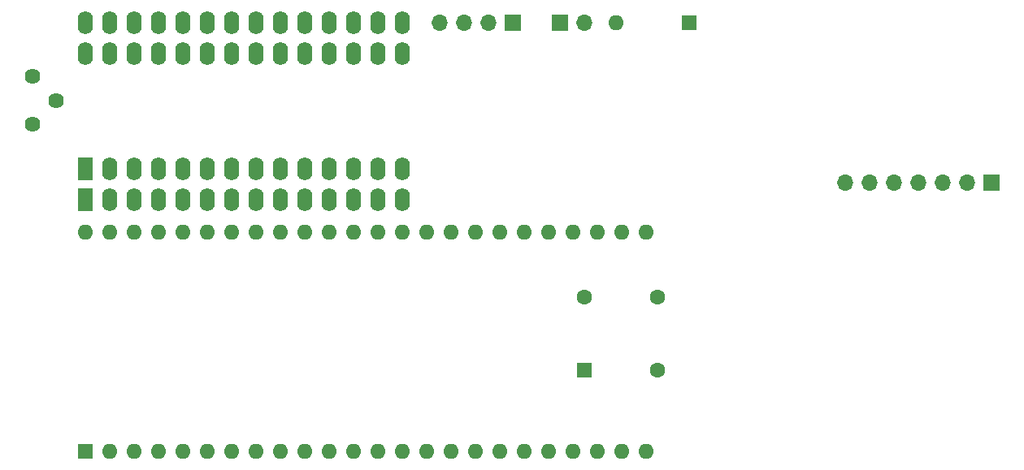
<source format=gbr>
%TF.GenerationSoftware,KiCad,Pcbnew,8.0.6*%
%TF.CreationDate,2024-12-06T22:05:36+05:00*%
%TF.ProjectId,mt-32DIT-module,6d742d33-3244-4495-942d-6d6f64756c65,rev?*%
%TF.SameCoordinates,Original*%
%TF.FileFunction,Soldermask,Bot*%
%TF.FilePolarity,Negative*%
%FSLAX46Y46*%
G04 Gerber Fmt 4.6, Leading zero omitted, Abs format (unit mm)*
G04 Created by KiCad (PCBNEW 8.0.6) date 2024-12-06 22:05:36*
%MOMM*%
%LPD*%
G01*
G04 APERTURE LIST*
%ADD10R,1.700000X1.700000*%
%ADD11O,1.700000X1.700000*%
%ADD12R,1.600000X1.600000*%
%ADD13O,1.600000X1.600000*%
%ADD14R,1.600000X2.400000*%
%ADD15O,1.600000X2.400000*%
%ADD16C,1.600000*%
%ADD17C,1.620000*%
G04 APERTURE END LIST*
D10*
%TO.C,J1*%
X197790000Y-77560000D03*
D11*
X195250000Y-77560000D03*
X192710000Y-77560000D03*
X190170000Y-77560000D03*
%TD*%
D12*
%TO.C,SW1*%
X216200000Y-77560000D03*
D13*
X208580000Y-77560000D03*
%TD*%
D14*
%TO.C,U6*%
X153250000Y-96000000D03*
D15*
X155790000Y-96000000D03*
X158330000Y-96000000D03*
X160870000Y-96000000D03*
X163410000Y-96000000D03*
X165950000Y-96000000D03*
X168490000Y-96000000D03*
X171030000Y-96000000D03*
X173570000Y-96000000D03*
X176110000Y-96000000D03*
X178650000Y-96000000D03*
X181190000Y-96000000D03*
X183730000Y-96000000D03*
X186270000Y-96000000D03*
X186270000Y-80760000D03*
X183730000Y-80760000D03*
X181190000Y-80760000D03*
X178650000Y-80760000D03*
X176110000Y-80760000D03*
X173570000Y-80760000D03*
X171030000Y-80760000D03*
X168490000Y-80760000D03*
X165950000Y-80760000D03*
X163410000Y-80760000D03*
X160870000Y-80760000D03*
X158330000Y-80760000D03*
X155790000Y-80760000D03*
X153250000Y-80760000D03*
%TD*%
D14*
%TO.C,U10*%
X153250000Y-92800000D03*
D15*
X155790000Y-92800000D03*
X158330000Y-92800000D03*
X160870000Y-92800000D03*
X163410000Y-92800000D03*
X165950000Y-92800000D03*
X168490000Y-92800000D03*
X171030000Y-92800000D03*
X173570000Y-92800000D03*
X176110000Y-92800000D03*
X178650000Y-92800000D03*
X181190000Y-92800000D03*
X183730000Y-92800000D03*
X186270000Y-92800000D03*
X186270000Y-77560000D03*
X183730000Y-77560000D03*
X181190000Y-77560000D03*
X178650000Y-77560000D03*
X176110000Y-77560000D03*
X173570000Y-77560000D03*
X171030000Y-77560000D03*
X168490000Y-77560000D03*
X165950000Y-77560000D03*
X163410000Y-77560000D03*
X160870000Y-77560000D03*
X158330000Y-77560000D03*
X155790000Y-77560000D03*
X153250000Y-77560000D03*
%TD*%
D12*
%TO.C,X1*%
X205310000Y-113830000D03*
D16*
X212930000Y-113830000D03*
X212930000Y-106210000D03*
X205310000Y-106210000D03*
%TD*%
D12*
%TO.C,U4*%
X153250000Y-122250000D03*
D13*
X155790000Y-122250000D03*
X158330000Y-122250000D03*
X160870000Y-122250000D03*
X163410000Y-122250000D03*
X165950000Y-122250000D03*
X168490000Y-122250000D03*
X171030000Y-122250000D03*
X173570000Y-122250000D03*
X176110000Y-122250000D03*
X178650000Y-122250000D03*
X181190000Y-122250000D03*
X183730000Y-122250000D03*
X186270000Y-122250000D03*
X188810000Y-122250000D03*
X191350000Y-122250000D03*
X193890000Y-122250000D03*
X196430000Y-122250000D03*
X198970000Y-122250000D03*
X201510000Y-122250000D03*
X204050000Y-122250000D03*
X206590000Y-122250000D03*
X209130000Y-122250000D03*
X211670000Y-122250000D03*
X211670000Y-99390000D03*
X209130000Y-99390000D03*
X206590000Y-99390000D03*
X204050000Y-99390000D03*
X201510000Y-99390000D03*
X198970000Y-99390000D03*
X196430000Y-99390000D03*
X193890000Y-99390000D03*
X191350000Y-99390000D03*
X188810000Y-99390000D03*
X186270000Y-99390000D03*
X183730000Y-99390000D03*
X181190000Y-99390000D03*
X178650000Y-99390000D03*
X176110000Y-99390000D03*
X173570000Y-99390000D03*
X171030000Y-99390000D03*
X168490000Y-99390000D03*
X165950000Y-99390000D03*
X163410000Y-99390000D03*
X160870000Y-99390000D03*
X158330000Y-99390000D03*
X155790000Y-99390000D03*
X153250000Y-99390000D03*
%TD*%
D17*
%TO.C,RV1*%
X147750000Y-83172500D03*
X150250000Y-85672500D03*
X147750000Y-88172500D03*
%TD*%
D10*
%TO.C,J2*%
X202705000Y-77560000D03*
D11*
X205245000Y-77560000D03*
%TD*%
D10*
%TO.C,J3*%
X247685000Y-94260000D03*
D11*
X245145000Y-94260000D03*
X242605000Y-94260000D03*
X240065000Y-94260000D03*
X237525000Y-94260000D03*
X234985000Y-94260000D03*
X232445000Y-94260000D03*
%TD*%
M02*

</source>
